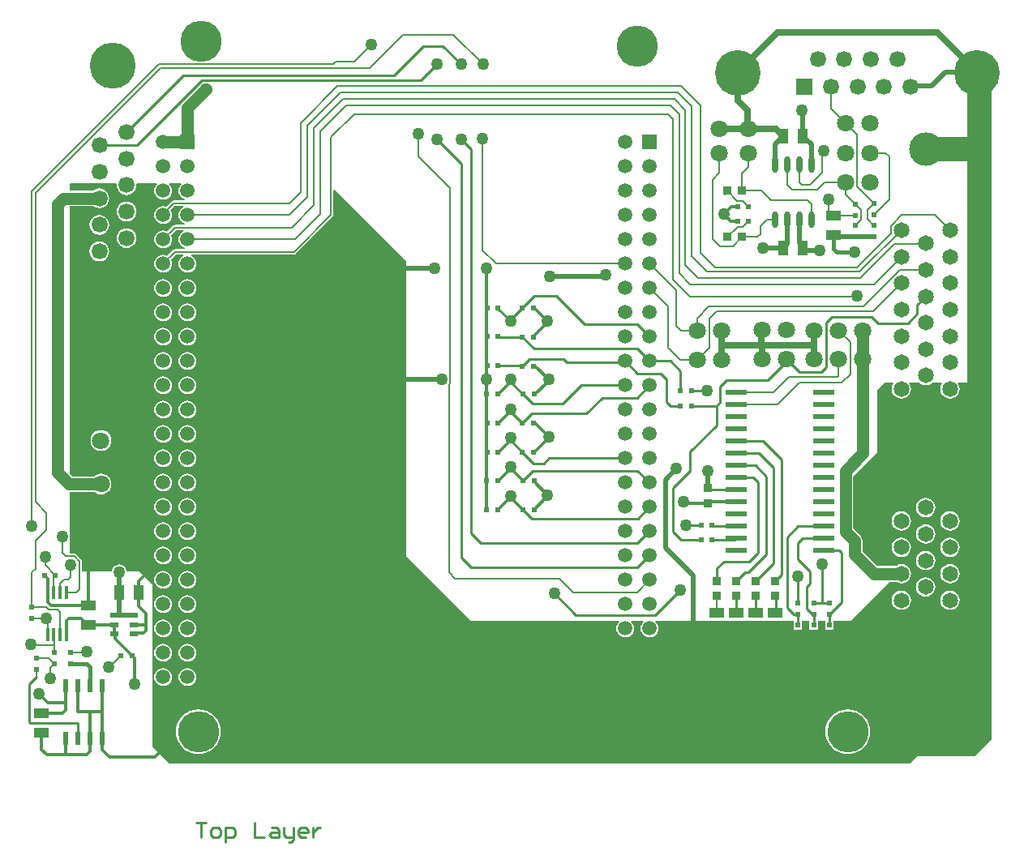
<source format=gtl>
G04*
G04 #@! TF.GenerationSoftware,Altium Limited,Altium Designer,19.0.10 (269)*
G04*
G04 Layer_Physical_Order=1*
G04 Layer_Color=255*
%FSLAX25Y25*%
%MOIN*%
G70*
G01*
G75*
%ADD14C,0.01000*%
%ADD17C,0.00800*%
%ADD18R,0.02165X0.02165*%
%ADD19R,0.06000X0.04000*%
%ADD20R,0.03543X0.01968*%
%ADD21R,0.02165X0.02165*%
%ADD22R,0.01378X0.05512*%
%ADD23R,0.04000X0.06000*%
%ADD24R,0.02362X0.05709*%
%ADD25R,0.03543X0.03740*%
%ADD26R,0.09000X0.02400*%
%ADD27R,0.03347X0.03347*%
%ADD28R,0.03740X0.03543*%
%ADD29O,0.02362X0.06890*%
%ADD54C,0.02000*%
%ADD55C,0.10000*%
%ADD56C,0.01200*%
%ADD57C,0.01500*%
%ADD58C,0.05000*%
%ADD59C,0.02500*%
%ADD60C,0.13800*%
%ADD61C,0.06500*%
%ADD62C,0.05906*%
%ADD63R,0.05906X0.05906*%
%ADD64C,0.07087*%
%ADD65C,0.16929*%
%ADD66C,0.18740*%
%ADD67R,0.06653X0.06653*%
%ADD68C,0.06653*%
%ADD69R,0.06653X0.06653*%
%ADD70C,0.06653*%
%ADD71C,0.18898*%
%ADD72C,0.05000*%
G36*
X138663Y428107D02*
X138992Y427730D01*
X138931Y427264D01*
X139069Y426213D01*
X139475Y425233D01*
X140120Y424392D01*
X140961Y423746D01*
X141941Y423341D01*
X142992Y423202D01*
X144043Y423341D01*
X145023Y423746D01*
X145864Y424392D01*
X146510Y425233D01*
X146915Y426213D01*
X147054Y427264D01*
X146995Y427712D01*
X147325Y428087D01*
X155355Y428069D01*
X155515Y427595D01*
X155395Y427503D01*
X154809Y426740D01*
X154441Y425851D01*
X154316Y424898D01*
X154441Y423944D01*
X154809Y423056D01*
X155395Y422293D01*
X156158Y421707D01*
X157046Y421339D01*
X158000Y421213D01*
X158954Y421339D01*
X159842Y421707D01*
X160605Y422293D01*
X161191Y423056D01*
X161559Y423944D01*
X161684Y424898D01*
X161559Y425851D01*
X161191Y426740D01*
X160605Y427503D01*
X160500Y427584D01*
X160661Y428057D01*
X165326Y428047D01*
X165486Y427573D01*
X165395Y427503D01*
X164809Y426740D01*
X164441Y425851D01*
X164316Y424898D01*
X164441Y423944D01*
X164809Y423056D01*
X165395Y422293D01*
X166158Y421707D01*
X166811Y421437D01*
X166711Y420936D01*
X162447D01*
X162447Y420936D01*
X162018Y420851D01*
X161654Y420608D01*
X161654Y420608D01*
X159342Y418296D01*
X158954Y418456D01*
X158000Y418582D01*
X157046Y418456D01*
X156158Y418088D01*
X155395Y417503D01*
X154809Y416740D01*
X154441Y415851D01*
X154316Y414898D01*
X154441Y413944D01*
X154809Y413056D01*
X155395Y412292D01*
X156158Y411707D01*
X157046Y411339D01*
X158000Y411213D01*
X158954Y411339D01*
X159842Y411707D01*
X160605Y412292D01*
X161191Y413056D01*
X161559Y413944D01*
X161684Y414898D01*
X161559Y415851D01*
X161191Y416740D01*
X161090Y416872D01*
X162912Y418693D01*
X166312D01*
X166411Y418193D01*
X166158Y418088D01*
X165395Y417503D01*
X164809Y416740D01*
X164441Y415851D01*
X164316Y414898D01*
X164441Y413944D01*
X164809Y413056D01*
X165395Y412292D01*
X166158Y411707D01*
X166811Y411437D01*
X166711Y410936D01*
X162917D01*
X162917Y410936D01*
X162488Y410851D01*
X162124Y410608D01*
X162124Y410608D01*
X159674Y408158D01*
X158954Y408456D01*
X158000Y408582D01*
X157046Y408456D01*
X156158Y408088D01*
X155395Y407503D01*
X154809Y406740D01*
X154441Y405851D01*
X154316Y404898D01*
X154441Y403944D01*
X154809Y403055D01*
X155395Y402292D01*
X156158Y401707D01*
X157046Y401339D01*
X158000Y401213D01*
X158954Y401339D01*
X159842Y401707D01*
X160605Y402292D01*
X161191Y403055D01*
X161559Y403944D01*
X161684Y404898D01*
X161559Y405851D01*
X161260Y406572D01*
X163382Y408693D01*
X166312D01*
X166411Y408193D01*
X166158Y408088D01*
X165395Y407503D01*
X164809Y406740D01*
X164441Y405851D01*
X164316Y404898D01*
X164441Y403944D01*
X164809Y403055D01*
X165395Y402292D01*
X166158Y401707D01*
X166811Y401437D01*
X166711Y400937D01*
X162917D01*
X162917Y400937D01*
X162488Y400851D01*
X162124Y400608D01*
X162124Y400608D01*
X159674Y398158D01*
X158954Y398456D01*
X158000Y398582D01*
X157046Y398456D01*
X156158Y398088D01*
X155395Y397503D01*
X154809Y396740D01*
X154441Y395851D01*
X154316Y394898D01*
X154441Y393944D01*
X154809Y393056D01*
X155395Y392292D01*
X156158Y391707D01*
X157046Y391339D01*
X158000Y391213D01*
X158954Y391339D01*
X159842Y391707D01*
X160605Y392292D01*
X161191Y393056D01*
X161559Y393944D01*
X161684Y394898D01*
X161559Y395851D01*
X161260Y396572D01*
X163382Y398693D01*
X166312D01*
X166411Y398193D01*
X166158Y398088D01*
X165395Y397503D01*
X164809Y396740D01*
X164441Y395851D01*
X164316Y394898D01*
X164441Y393944D01*
X164809Y393056D01*
X165395Y392292D01*
X166158Y391707D01*
X167046Y391339D01*
X168000Y391213D01*
X168954Y391339D01*
X169842Y391707D01*
X170605Y392292D01*
X171191Y393056D01*
X171559Y393944D01*
X171684Y394898D01*
X171559Y395851D01*
X171191Y396740D01*
X170605Y397503D01*
X169842Y398088D01*
X169588Y398193D01*
X169688Y398693D01*
X211815D01*
X211815Y398693D01*
X212244Y398779D01*
X212608Y399022D01*
X227793Y414207D01*
X227793Y414207D01*
X228036Y414571D01*
X228121Y415000D01*
Y425178D01*
X228584Y425369D01*
X258000Y395953D01*
X258000Y274786D01*
X284620Y248166D01*
X345438D01*
X345608Y247666D01*
X345395Y247503D01*
X344809Y246740D01*
X344441Y245851D01*
X344316Y244898D01*
X344441Y243944D01*
X344809Y243056D01*
X345395Y242292D01*
X346158Y241707D01*
X347046Y241339D01*
X348000Y241213D01*
X348954Y241339D01*
X349842Y241707D01*
X350605Y242292D01*
X351191Y243056D01*
X351559Y243944D01*
X351684Y244898D01*
X351559Y245851D01*
X351191Y246740D01*
X350605Y247503D01*
X350392Y247666D01*
X350562Y248166D01*
X355438D01*
X355608Y247666D01*
X355395Y247503D01*
X354809Y246740D01*
X354441Y245851D01*
X354316Y244898D01*
X354441Y243944D01*
X354809Y243056D01*
X355395Y242292D01*
X356158Y241707D01*
X357046Y241339D01*
X358000Y241213D01*
X358954Y241339D01*
X359842Y241707D01*
X360605Y242292D01*
X361191Y243056D01*
X361559Y243944D01*
X361684Y244898D01*
X361559Y245851D01*
X361191Y246740D01*
X360605Y247503D01*
X360392Y247666D01*
X360562Y248166D01*
X416752D01*
X417217Y248083D01*
Y244517D01*
X420783D01*
Y248083D01*
X421248Y248166D01*
X423252D01*
X423717Y248083D01*
Y244517D01*
X427283D01*
Y248083D01*
X427748Y248166D01*
X429752D01*
X430217Y248083D01*
Y244517D01*
X433783D01*
Y248083D01*
X434248Y248166D01*
X440685D01*
X440685Y248166D01*
Y248166D01*
X456685Y264166D01*
X459218D01*
X459508Y263943D01*
X460469Y263545D01*
X461500Y263410D01*
X462531Y263545D01*
X463492Y263943D01*
X464317Y264577D01*
X464950Y265402D01*
X465348Y266363D01*
X465484Y267394D01*
X465348Y268425D01*
X464950Y269386D01*
X464317Y270211D01*
X463492Y270844D01*
X462531Y271242D01*
X461500Y271378D01*
X460469Y271242D01*
X459508Y270844D01*
X459218Y270621D01*
X451484D01*
X445492Y276614D01*
Y280936D01*
X445382Y281771D01*
X445059Y282550D01*
X444546Y283218D01*
X441728Y286037D01*
Y307497D01*
X451484Y317254D01*
Y343128D01*
X454500Y346144D01*
X458018D01*
X458239Y345695D01*
X458050Y345449D01*
X457652Y344488D01*
X457516Y343457D01*
X457652Y342425D01*
X458050Y341465D01*
X458683Y340639D01*
X459508Y340006D01*
X460469Y339608D01*
X461500Y339473D01*
X462531Y339608D01*
X463492Y340006D01*
X464317Y340639D01*
X464950Y341465D01*
X465348Y342425D01*
X465484Y343457D01*
X465348Y344488D01*
X464950Y345449D01*
X464761Y345695D01*
X464982Y346144D01*
X468639D01*
X468683Y346086D01*
X469508Y345453D01*
X470469Y345055D01*
X471500Y344919D01*
X472531Y345055D01*
X473492Y345453D01*
X474317Y346086D01*
X474362Y346144D01*
X478018D01*
X478239Y345695D01*
X478050Y345449D01*
X477652Y344488D01*
X477516Y343457D01*
X477652Y342425D01*
X478050Y341465D01*
X478683Y340639D01*
X479508Y340006D01*
X480469Y339608D01*
X481500Y339473D01*
X482531Y339608D01*
X483492Y340006D01*
X484317Y340639D01*
X484950Y341465D01*
X485348Y342425D01*
X485484Y343457D01*
X485348Y344488D01*
X484950Y345449D01*
X484761Y345695D01*
X484982Y346144D01*
X498500D01*
X498500Y199500D01*
X491500Y192500D01*
X468000Y192500D01*
X465000Y189500D01*
X160500D01*
X153500Y196500D01*
Y263000D01*
X148000Y268500D01*
X143162D01*
X143118Y268835D01*
X142795Y269614D01*
X142282Y270282D01*
X141614Y270795D01*
X140835Y271118D01*
X140000Y271228D01*
X139165Y271118D01*
X138386Y270795D01*
X137718Y270282D01*
X137205Y269614D01*
X136882Y268835D01*
X136838Y268500D01*
X124722D01*
Y272491D01*
X124722Y272491D01*
X124636Y272920D01*
X124393Y273284D01*
X122284Y275393D01*
X121920Y275636D01*
X121491Y275722D01*
X121491Y275722D01*
X119500D01*
Y281501D01*
X119618Y281785D01*
X119728Y282620D01*
X119618Y283456D01*
X119500Y283740D01*
Y301066D01*
X129736D01*
X130360Y300587D01*
X131392Y300159D01*
X132500Y300014D01*
X133608Y300159D01*
X134640Y300587D01*
X135526Y301267D01*
X136206Y302153D01*
X136634Y303186D01*
X136780Y304293D01*
X136634Y305401D01*
X136206Y306433D01*
X135526Y307320D01*
X134640Y308000D01*
X133608Y308428D01*
X132500Y308573D01*
X131392Y308428D01*
X130360Y308000D01*
X129736Y307521D01*
X120715D01*
X119500Y308736D01*
X119500Y418583D01*
X129403D01*
X129780Y418294D01*
X130760Y417888D01*
X131811Y417750D01*
X132862Y417888D01*
X133842Y418294D01*
X134683Y418939D01*
X135328Y419780D01*
X135734Y420760D01*
X135873Y421811D01*
X135734Y422862D01*
X135328Y423842D01*
X134683Y424683D01*
X133842Y425328D01*
X132862Y425734D01*
X131811Y425873D01*
X130760Y425734D01*
X129780Y425328D01*
X129403Y425039D01*
X119500D01*
Y427796D01*
X119854Y428149D01*
X138663Y428107D01*
D02*
G37*
%LPC*%
G36*
X142992Y420420D02*
X141941Y420281D01*
X140961Y419876D01*
X140120Y419230D01*
X139475Y418389D01*
X139069Y417410D01*
X138931Y416358D01*
X139069Y415307D01*
X139475Y414327D01*
X140120Y413486D01*
X140961Y412841D01*
X141941Y412435D01*
X142992Y412297D01*
X144043Y412435D01*
X145023Y412841D01*
X145864Y413486D01*
X146510Y414327D01*
X146915Y415307D01*
X147054Y416358D01*
X146915Y417410D01*
X146510Y418389D01*
X145864Y419230D01*
X145023Y419876D01*
X144043Y420281D01*
X142992Y420420D01*
D02*
G37*
G36*
X131811Y414967D02*
X130760Y414829D01*
X129780Y414423D01*
X128939Y413777D01*
X128294Y412936D01*
X127888Y411957D01*
X127750Y410906D01*
X127888Y409854D01*
X128294Y408875D01*
X128939Y408034D01*
X129780Y407388D01*
X130760Y406982D01*
X131811Y406844D01*
X132862Y406982D01*
X133842Y407388D01*
X134683Y408034D01*
X135328Y408875D01*
X135734Y409854D01*
X135873Y410906D01*
X135734Y411957D01*
X135328Y412936D01*
X134683Y413777D01*
X133842Y414423D01*
X132862Y414829D01*
X131811Y414967D01*
D02*
G37*
G36*
X142992Y409514D02*
X141941Y409376D01*
X140961Y408970D01*
X140120Y408325D01*
X139475Y407483D01*
X139069Y406504D01*
X138931Y405453D01*
X139069Y404401D01*
X139475Y403422D01*
X140120Y402581D01*
X140961Y401935D01*
X141941Y401530D01*
X142992Y401391D01*
X144043Y401530D01*
X145023Y401935D01*
X145864Y402581D01*
X146510Y403422D01*
X146915Y404401D01*
X147054Y405453D01*
X146915Y406504D01*
X146510Y407483D01*
X145864Y408325D01*
X145023Y408970D01*
X144043Y409376D01*
X142992Y409514D01*
D02*
G37*
G36*
X131811Y404062D02*
X130760Y403923D01*
X129780Y403517D01*
X128939Y402872D01*
X128294Y402031D01*
X127888Y401051D01*
X127750Y400000D01*
X127888Y398949D01*
X128294Y397969D01*
X128939Y397128D01*
X129780Y396483D01*
X130760Y396077D01*
X131811Y395938D01*
X132862Y396077D01*
X133842Y396483D01*
X134683Y397128D01*
X135328Y397969D01*
X135734Y398949D01*
X135873Y400000D01*
X135734Y401051D01*
X135328Y402031D01*
X134683Y402872D01*
X133842Y403517D01*
X132862Y403923D01*
X131811Y404062D01*
D02*
G37*
G36*
X168000Y388582D02*
X167046Y388456D01*
X166158Y388088D01*
X165395Y387503D01*
X164809Y386740D01*
X164441Y385851D01*
X164316Y384898D01*
X164441Y383944D01*
X164809Y383055D01*
X165395Y382293D01*
X166158Y381707D01*
X167046Y381339D01*
X168000Y381213D01*
X168954Y381339D01*
X169842Y381707D01*
X170605Y382293D01*
X171191Y383055D01*
X171559Y383944D01*
X171684Y384898D01*
X171559Y385851D01*
X171191Y386740D01*
X170605Y387503D01*
X169842Y388088D01*
X168954Y388456D01*
X168000Y388582D01*
D02*
G37*
G36*
X158000D02*
X157046Y388456D01*
X156158Y388088D01*
X155395Y387503D01*
X154809Y386740D01*
X154441Y385851D01*
X154316Y384898D01*
X154441Y383944D01*
X154809Y383055D01*
X155395Y382293D01*
X156158Y381707D01*
X157046Y381339D01*
X158000Y381213D01*
X158954Y381339D01*
X159842Y381707D01*
X160605Y382293D01*
X161191Y383055D01*
X161559Y383944D01*
X161684Y384898D01*
X161559Y385851D01*
X161191Y386740D01*
X160605Y387503D01*
X159842Y388088D01*
X158954Y388456D01*
X158000Y388582D01*
D02*
G37*
G36*
X168000Y378582D02*
X167046Y378456D01*
X166158Y378088D01*
X165395Y377503D01*
X164809Y376740D01*
X164441Y375851D01*
X164316Y374898D01*
X164441Y373944D01*
X164809Y373056D01*
X165395Y372292D01*
X166158Y371707D01*
X167046Y371339D01*
X168000Y371213D01*
X168954Y371339D01*
X169842Y371707D01*
X170605Y372292D01*
X171191Y373056D01*
X171559Y373944D01*
X171684Y374898D01*
X171559Y375851D01*
X171191Y376740D01*
X170605Y377503D01*
X169842Y378088D01*
X168954Y378456D01*
X168000Y378582D01*
D02*
G37*
G36*
X158000D02*
X157046Y378456D01*
X156158Y378088D01*
X155395Y377503D01*
X154809Y376740D01*
X154441Y375851D01*
X154316Y374898D01*
X154441Y373944D01*
X154809Y373056D01*
X155395Y372292D01*
X156158Y371707D01*
X157046Y371339D01*
X158000Y371213D01*
X158954Y371339D01*
X159842Y371707D01*
X160605Y372292D01*
X161191Y373056D01*
X161559Y373944D01*
X161684Y374898D01*
X161559Y375851D01*
X161191Y376740D01*
X160605Y377503D01*
X159842Y378088D01*
X158954Y378456D01*
X158000Y378582D01*
D02*
G37*
G36*
X168000Y368582D02*
X167046Y368456D01*
X166158Y368088D01*
X165395Y367503D01*
X164809Y366740D01*
X164441Y365851D01*
X164316Y364898D01*
X164441Y363944D01*
X164809Y363055D01*
X165395Y362293D01*
X166158Y361707D01*
X167046Y361339D01*
X168000Y361213D01*
X168954Y361339D01*
X169842Y361707D01*
X170605Y362293D01*
X171191Y363055D01*
X171559Y363944D01*
X171684Y364898D01*
X171559Y365851D01*
X171191Y366740D01*
X170605Y367503D01*
X169842Y368088D01*
X168954Y368456D01*
X168000Y368582D01*
D02*
G37*
G36*
X158000D02*
X157046Y368456D01*
X156158Y368088D01*
X155395Y367503D01*
X154809Y366740D01*
X154441Y365851D01*
X154316Y364898D01*
X154441Y363944D01*
X154809Y363055D01*
X155395Y362293D01*
X156158Y361707D01*
X157046Y361339D01*
X158000Y361213D01*
X158954Y361339D01*
X159842Y361707D01*
X160605Y362293D01*
X161191Y363055D01*
X161559Y363944D01*
X161684Y364898D01*
X161559Y365851D01*
X161191Y366740D01*
X160605Y367503D01*
X159842Y368088D01*
X158954Y368456D01*
X158000Y368582D01*
D02*
G37*
G36*
X168000Y358582D02*
X167046Y358456D01*
X166158Y358088D01*
X165395Y357503D01*
X164809Y356740D01*
X164441Y355851D01*
X164316Y354898D01*
X164441Y353944D01*
X164809Y353056D01*
X165395Y352292D01*
X166158Y351707D01*
X167046Y351339D01*
X168000Y351213D01*
X168954Y351339D01*
X169842Y351707D01*
X170605Y352292D01*
X171191Y353056D01*
X171559Y353944D01*
X171684Y354898D01*
X171559Y355851D01*
X171191Y356740D01*
X170605Y357503D01*
X169842Y358088D01*
X168954Y358456D01*
X168000Y358582D01*
D02*
G37*
G36*
X158000D02*
X157046Y358456D01*
X156158Y358088D01*
X155395Y357503D01*
X154809Y356740D01*
X154441Y355851D01*
X154316Y354898D01*
X154441Y353944D01*
X154809Y353056D01*
X155395Y352292D01*
X156158Y351707D01*
X157046Y351339D01*
X158000Y351213D01*
X158954Y351339D01*
X159842Y351707D01*
X160605Y352292D01*
X161191Y353056D01*
X161559Y353944D01*
X161684Y354898D01*
X161559Y355851D01*
X161191Y356740D01*
X160605Y357503D01*
X159842Y358088D01*
X158954Y358456D01*
X158000Y358582D01*
D02*
G37*
G36*
X168000Y348582D02*
X167046Y348456D01*
X166158Y348088D01*
X165395Y347503D01*
X164809Y346740D01*
X164441Y345851D01*
X164316Y344898D01*
X164441Y343944D01*
X164809Y343056D01*
X165395Y342292D01*
X166158Y341707D01*
X167046Y341339D01*
X168000Y341213D01*
X168954Y341339D01*
X169842Y341707D01*
X170605Y342292D01*
X171191Y343056D01*
X171559Y343944D01*
X171684Y344898D01*
X171559Y345851D01*
X171191Y346740D01*
X170605Y347503D01*
X169842Y348088D01*
X168954Y348456D01*
X168000Y348582D01*
D02*
G37*
G36*
X158000D02*
X157046Y348456D01*
X156158Y348088D01*
X155395Y347503D01*
X154809Y346740D01*
X154441Y345851D01*
X154316Y344898D01*
X154441Y343944D01*
X154809Y343056D01*
X155395Y342292D01*
X156158Y341707D01*
X157046Y341339D01*
X158000Y341213D01*
X158954Y341339D01*
X159842Y341707D01*
X160605Y342292D01*
X161191Y343056D01*
X161559Y343944D01*
X161684Y344898D01*
X161559Y345851D01*
X161191Y346740D01*
X160605Y347503D01*
X159842Y348088D01*
X158954Y348456D01*
X158000Y348582D01*
D02*
G37*
G36*
X168000Y338582D02*
X167046Y338456D01*
X166158Y338088D01*
X165395Y337503D01*
X164809Y336740D01*
X164441Y335851D01*
X164316Y334898D01*
X164441Y333944D01*
X164809Y333055D01*
X165395Y332293D01*
X166158Y331707D01*
X167046Y331339D01*
X168000Y331213D01*
X168954Y331339D01*
X169842Y331707D01*
X170605Y332293D01*
X171191Y333055D01*
X171559Y333944D01*
X171684Y334898D01*
X171559Y335851D01*
X171191Y336740D01*
X170605Y337503D01*
X169842Y338088D01*
X168954Y338456D01*
X168000Y338582D01*
D02*
G37*
G36*
X158000D02*
X157046Y338456D01*
X156158Y338088D01*
X155395Y337503D01*
X154809Y336740D01*
X154441Y335851D01*
X154316Y334898D01*
X154441Y333944D01*
X154809Y333055D01*
X155395Y332293D01*
X156158Y331707D01*
X157046Y331339D01*
X158000Y331213D01*
X158954Y331339D01*
X159842Y331707D01*
X160605Y332293D01*
X161191Y333055D01*
X161559Y333944D01*
X161684Y334898D01*
X161559Y335851D01*
X161191Y336740D01*
X160605Y337503D01*
X159842Y338088D01*
X158954Y338456D01*
X158000Y338582D01*
D02*
G37*
G36*
X168000Y328582D02*
X167046Y328456D01*
X166158Y328088D01*
X165395Y327503D01*
X164809Y326740D01*
X164441Y325851D01*
X164316Y324898D01*
X164441Y323944D01*
X164809Y323056D01*
X165395Y322292D01*
X166158Y321707D01*
X167046Y321339D01*
X168000Y321213D01*
X168954Y321339D01*
X169842Y321707D01*
X170605Y322292D01*
X171191Y323056D01*
X171559Y323944D01*
X171684Y324898D01*
X171559Y325851D01*
X171191Y326740D01*
X170605Y327503D01*
X169842Y328088D01*
X168954Y328456D01*
X168000Y328582D01*
D02*
G37*
G36*
X158000D02*
X157046Y328456D01*
X156158Y328088D01*
X155395Y327503D01*
X154809Y326740D01*
X154441Y325851D01*
X154316Y324898D01*
X154441Y323944D01*
X154809Y323056D01*
X155395Y322292D01*
X156158Y321707D01*
X157046Y321339D01*
X158000Y321213D01*
X158954Y321339D01*
X159842Y321707D01*
X160605Y322292D01*
X161191Y323056D01*
X161559Y323944D01*
X161684Y324898D01*
X161559Y325851D01*
X161191Y326740D01*
X160605Y327503D01*
X159842Y328088D01*
X158954Y328456D01*
X158000Y328582D01*
D02*
G37*
G36*
X132466Y326468D02*
X131358Y326322D01*
X130326Y325894D01*
X129439Y325214D01*
X128759Y324328D01*
X128332Y323296D01*
X128186Y322188D01*
X128332Y321080D01*
X128759Y320048D01*
X129439Y319162D01*
X130326Y318481D01*
X131358Y318054D01*
X132466Y317908D01*
X133574Y318054D01*
X134606Y318481D01*
X135492Y319162D01*
X136172Y320048D01*
X136600Y321080D01*
X136746Y322188D01*
X136600Y323296D01*
X136172Y324328D01*
X135492Y325214D01*
X134606Y325894D01*
X133574Y326322D01*
X132466Y326468D01*
D02*
G37*
G36*
X168000Y318582D02*
X167046Y318456D01*
X166158Y318088D01*
X165395Y317503D01*
X164809Y316740D01*
X164441Y315851D01*
X164316Y314898D01*
X164441Y313944D01*
X164809Y313055D01*
X165395Y312293D01*
X166158Y311707D01*
X167046Y311339D01*
X168000Y311213D01*
X168954Y311339D01*
X169842Y311707D01*
X170605Y312293D01*
X171191Y313055D01*
X171559Y313944D01*
X171684Y314898D01*
X171559Y315851D01*
X171191Y316740D01*
X170605Y317503D01*
X169842Y318088D01*
X168954Y318456D01*
X168000Y318582D01*
D02*
G37*
G36*
X158000D02*
X157046Y318456D01*
X156158Y318088D01*
X155395Y317503D01*
X154809Y316740D01*
X154441Y315851D01*
X154316Y314898D01*
X154441Y313944D01*
X154809Y313055D01*
X155395Y312293D01*
X156158Y311707D01*
X157046Y311339D01*
X158000Y311213D01*
X158954Y311339D01*
X159842Y311707D01*
X160605Y312293D01*
X161191Y313055D01*
X161559Y313944D01*
X161684Y314898D01*
X161559Y315851D01*
X161191Y316740D01*
X160605Y317503D01*
X159842Y318088D01*
X158954Y318456D01*
X158000Y318582D01*
D02*
G37*
G36*
X168000Y308582D02*
X167046Y308456D01*
X166158Y308088D01*
X165395Y307503D01*
X164809Y306740D01*
X164441Y305851D01*
X164316Y304898D01*
X164441Y303944D01*
X164809Y303056D01*
X165395Y302292D01*
X166158Y301707D01*
X167046Y301339D01*
X168000Y301213D01*
X168954Y301339D01*
X169842Y301707D01*
X170605Y302292D01*
X171191Y303056D01*
X171559Y303944D01*
X171684Y304898D01*
X171559Y305851D01*
X171191Y306740D01*
X170605Y307503D01*
X169842Y308088D01*
X168954Y308456D01*
X168000Y308582D01*
D02*
G37*
G36*
X158000D02*
X157046Y308456D01*
X156158Y308088D01*
X155395Y307503D01*
X154809Y306740D01*
X154441Y305851D01*
X154316Y304898D01*
X154441Y303944D01*
X154809Y303056D01*
X155395Y302292D01*
X156158Y301707D01*
X157046Y301339D01*
X158000Y301213D01*
X158954Y301339D01*
X159842Y301707D01*
X160605Y302292D01*
X161191Y303056D01*
X161559Y303944D01*
X161684Y304898D01*
X161559Y305851D01*
X161191Y306740D01*
X160605Y307503D01*
X159842Y308088D01*
X158954Y308456D01*
X158000Y308582D01*
D02*
G37*
G36*
X168000Y298582D02*
X167046Y298456D01*
X166158Y298088D01*
X165395Y297503D01*
X164809Y296740D01*
X164441Y295851D01*
X164316Y294898D01*
X164441Y293944D01*
X164809Y293056D01*
X165395Y292292D01*
X166158Y291707D01*
X167046Y291339D01*
X168000Y291213D01*
X168954Y291339D01*
X169842Y291707D01*
X170605Y292292D01*
X171191Y293056D01*
X171559Y293944D01*
X171684Y294898D01*
X171559Y295851D01*
X171191Y296740D01*
X170605Y297503D01*
X169842Y298088D01*
X168954Y298456D01*
X168000Y298582D01*
D02*
G37*
G36*
X158000D02*
X157046Y298456D01*
X156158Y298088D01*
X155395Y297503D01*
X154809Y296740D01*
X154441Y295851D01*
X154316Y294898D01*
X154441Y293944D01*
X154809Y293056D01*
X155395Y292292D01*
X156158Y291707D01*
X157046Y291339D01*
X158000Y291213D01*
X158954Y291339D01*
X159842Y291707D01*
X160605Y292292D01*
X161191Y293056D01*
X161559Y293944D01*
X161684Y294898D01*
X161559Y295851D01*
X161191Y296740D01*
X160605Y297503D01*
X159842Y298088D01*
X158954Y298456D01*
X158000Y298582D01*
D02*
G37*
G36*
X471500Y298569D02*
X470469Y298434D01*
X469508Y298036D01*
X468683Y297403D01*
X468050Y296577D01*
X467652Y295617D01*
X467516Y294585D01*
X467652Y293554D01*
X468050Y292593D01*
X468683Y291768D01*
X469508Y291135D01*
X470469Y290737D01*
X471500Y290601D01*
X472531Y290737D01*
X473492Y291135D01*
X474317Y291768D01*
X474950Y292593D01*
X475348Y293554D01*
X475484Y294585D01*
X475348Y295617D01*
X474950Y296577D01*
X474317Y297403D01*
X473492Y298036D01*
X472531Y298434D01*
X471500Y298569D01*
D02*
G37*
G36*
X481500Y293110D02*
X480469Y292974D01*
X479508Y292576D01*
X478683Y291943D01*
X478050Y291118D01*
X477652Y290157D01*
X477516Y289126D01*
X477652Y288095D01*
X478050Y287134D01*
X478683Y286309D01*
X479508Y285676D01*
X480469Y285278D01*
X481500Y285142D01*
X482531Y285278D01*
X483492Y285676D01*
X484317Y286309D01*
X484950Y287134D01*
X485348Y288095D01*
X485484Y289126D01*
X485348Y290157D01*
X484950Y291118D01*
X484317Y291943D01*
X483492Y292576D01*
X482531Y292974D01*
X481500Y293110D01*
D02*
G37*
G36*
X461500D02*
X460469Y292974D01*
X459508Y292576D01*
X458683Y291943D01*
X458050Y291118D01*
X457652Y290157D01*
X457516Y289126D01*
X457652Y288095D01*
X458050Y287134D01*
X458683Y286309D01*
X459508Y285676D01*
X460469Y285278D01*
X461500Y285142D01*
X462531Y285278D01*
X463492Y285676D01*
X464317Y286309D01*
X464950Y287134D01*
X465348Y288095D01*
X465484Y289126D01*
X465348Y290157D01*
X464950Y291118D01*
X464317Y291943D01*
X463492Y292576D01*
X462531Y292974D01*
X461500Y293110D01*
D02*
G37*
G36*
X168000Y288582D02*
X167046Y288456D01*
X166158Y288088D01*
X165395Y287503D01*
X164809Y286740D01*
X164441Y285851D01*
X164316Y284898D01*
X164441Y283944D01*
X164809Y283055D01*
X165395Y282293D01*
X166158Y281707D01*
X167046Y281339D01*
X168000Y281213D01*
X168954Y281339D01*
X169842Y281707D01*
X170605Y282293D01*
X171191Y283055D01*
X171559Y283944D01*
X171684Y284898D01*
X171559Y285851D01*
X171191Y286740D01*
X170605Y287503D01*
X169842Y288088D01*
X168954Y288456D01*
X168000Y288582D01*
D02*
G37*
G36*
X158000D02*
X157046Y288456D01*
X156158Y288088D01*
X155395Y287503D01*
X154809Y286740D01*
X154441Y285851D01*
X154316Y284898D01*
X154441Y283944D01*
X154809Y283055D01*
X155395Y282293D01*
X156158Y281707D01*
X157046Y281339D01*
X158000Y281213D01*
X158954Y281339D01*
X159842Y281707D01*
X160605Y282293D01*
X161191Y283055D01*
X161559Y283944D01*
X161684Y284898D01*
X161559Y285851D01*
X161191Y286740D01*
X160605Y287503D01*
X159842Y288088D01*
X158954Y288456D01*
X158000Y288582D01*
D02*
G37*
G36*
X471500Y287706D02*
X470469Y287570D01*
X469508Y287172D01*
X468683Y286539D01*
X468050Y285714D01*
X467652Y284753D01*
X467516Y283722D01*
X467652Y282691D01*
X468050Y281730D01*
X468683Y280905D01*
X469508Y280272D01*
X470469Y279873D01*
X471500Y279738D01*
X472531Y279873D01*
X473492Y280272D01*
X474317Y280905D01*
X474950Y281730D01*
X475348Y282691D01*
X475484Y283722D01*
X475348Y284753D01*
X474950Y285714D01*
X474317Y286539D01*
X473492Y287172D01*
X472531Y287570D01*
X471500Y287706D01*
D02*
G37*
G36*
X481500Y282244D02*
X480469Y282108D01*
X479508Y281710D01*
X478683Y281077D01*
X478050Y280252D01*
X477652Y279291D01*
X477516Y278260D01*
X477652Y277229D01*
X478050Y276268D01*
X478683Y275443D01*
X479508Y274810D01*
X480469Y274412D01*
X481500Y274276D01*
X482531Y274412D01*
X483492Y274810D01*
X484317Y275443D01*
X484950Y276268D01*
X485348Y277229D01*
X485484Y278260D01*
X485348Y279291D01*
X484950Y280252D01*
X484317Y281077D01*
X483492Y281710D01*
X482531Y282108D01*
X481500Y282244D01*
D02*
G37*
G36*
X461500D02*
X460469Y282108D01*
X459508Y281710D01*
X458683Y281077D01*
X458050Y280252D01*
X457652Y279291D01*
X457516Y278260D01*
X457652Y277229D01*
X458050Y276268D01*
X458683Y275443D01*
X459508Y274810D01*
X460469Y274412D01*
X461500Y274276D01*
X462531Y274412D01*
X463492Y274810D01*
X464317Y275443D01*
X464950Y276268D01*
X465348Y277229D01*
X465484Y278260D01*
X465348Y279291D01*
X464950Y280252D01*
X464317Y281077D01*
X463492Y281710D01*
X462531Y282108D01*
X461500Y282244D01*
D02*
G37*
G36*
X168000Y278582D02*
X167046Y278456D01*
X166158Y278088D01*
X165395Y277503D01*
X164809Y276740D01*
X164441Y275851D01*
X164316Y274898D01*
X164441Y273944D01*
X164809Y273056D01*
X165395Y272292D01*
X166158Y271707D01*
X167046Y271339D01*
X168000Y271213D01*
X168954Y271339D01*
X169842Y271707D01*
X170605Y272292D01*
X171191Y273056D01*
X171559Y273944D01*
X171684Y274898D01*
X171559Y275851D01*
X171191Y276740D01*
X170605Y277503D01*
X169842Y278088D01*
X168954Y278456D01*
X168000Y278582D01*
D02*
G37*
G36*
X158000D02*
X157046Y278456D01*
X156158Y278088D01*
X155395Y277503D01*
X154809Y276740D01*
X154441Y275851D01*
X154316Y274898D01*
X154441Y273944D01*
X154809Y273056D01*
X155395Y272292D01*
X156158Y271707D01*
X157046Y271339D01*
X158000Y271213D01*
X158954Y271339D01*
X159842Y271707D01*
X160605Y272292D01*
X161191Y273056D01*
X161559Y273944D01*
X161684Y274898D01*
X161559Y275851D01*
X161191Y276740D01*
X160605Y277503D01*
X159842Y278088D01*
X158954Y278456D01*
X158000Y278582D01*
D02*
G37*
G36*
X471500Y276842D02*
X470469Y276707D01*
X469508Y276309D01*
X468683Y275676D01*
X468050Y274850D01*
X467652Y273889D01*
X467516Y272858D01*
X467652Y271827D01*
X468050Y270866D01*
X468683Y270041D01*
X469508Y269408D01*
X470469Y269010D01*
X471500Y268874D01*
X472531Y269010D01*
X473492Y269408D01*
X474317Y270041D01*
X474950Y270866D01*
X475348Y271827D01*
X475484Y272858D01*
X475348Y273889D01*
X474950Y274850D01*
X474317Y275676D01*
X473492Y276309D01*
X472531Y276707D01*
X471500Y276842D01*
D02*
G37*
G36*
X481500Y271378D02*
X480469Y271242D01*
X479508Y270844D01*
X478683Y270211D01*
X478050Y269386D01*
X477652Y268425D01*
X477516Y267394D01*
X477652Y266363D01*
X478050Y265402D01*
X478683Y264577D01*
X479508Y263943D01*
X480469Y263545D01*
X481500Y263410D01*
X482531Y263545D01*
X483492Y263943D01*
X484317Y264577D01*
X484950Y265402D01*
X485348Y266363D01*
X485484Y267394D01*
X485348Y268425D01*
X484950Y269386D01*
X484317Y270211D01*
X483492Y270844D01*
X482531Y271242D01*
X481500Y271378D01*
D02*
G37*
G36*
X168000Y268582D02*
X167046Y268456D01*
X166158Y268088D01*
X165395Y267503D01*
X164809Y266740D01*
X164441Y265851D01*
X164316Y264898D01*
X164441Y263944D01*
X164809Y263055D01*
X165395Y262293D01*
X166158Y261707D01*
X167046Y261339D01*
X168000Y261213D01*
X168954Y261339D01*
X169842Y261707D01*
X170605Y262293D01*
X171191Y263055D01*
X171559Y263944D01*
X171684Y264898D01*
X171559Y265851D01*
X171191Y266740D01*
X170605Y267503D01*
X169842Y268088D01*
X168954Y268456D01*
X168000Y268582D01*
D02*
G37*
G36*
X158000D02*
X157046Y268456D01*
X156158Y268088D01*
X155395Y267503D01*
X154809Y266740D01*
X154441Y265851D01*
X154316Y264898D01*
X154441Y263944D01*
X154809Y263055D01*
X155395Y262293D01*
X156158Y261707D01*
X157046Y261339D01*
X158000Y261213D01*
X158954Y261339D01*
X159842Y261707D01*
X160605Y262293D01*
X161191Y263055D01*
X161559Y263944D01*
X161684Y264898D01*
X161559Y265851D01*
X161191Y266740D01*
X160605Y267503D01*
X159842Y268088D01*
X158954Y268456D01*
X158000Y268582D01*
D02*
G37*
G36*
X471500Y265979D02*
X470469Y265843D01*
X469508Y265445D01*
X468683Y264812D01*
X468050Y263987D01*
X467652Y263026D01*
X467516Y261995D01*
X467652Y260964D01*
X468050Y260003D01*
X468683Y259178D01*
X469508Y258544D01*
X470469Y258147D01*
X471500Y258011D01*
X472531Y258147D01*
X473492Y258544D01*
X474317Y259178D01*
X474950Y260003D01*
X475348Y260964D01*
X475484Y261995D01*
X475348Y263026D01*
X474950Y263987D01*
X474317Y264812D01*
X473492Y265445D01*
X472531Y265843D01*
X471500Y265979D01*
D02*
G37*
G36*
X481500Y260512D02*
X480469Y260376D01*
X479508Y259978D01*
X478683Y259345D01*
X478050Y258520D01*
X477652Y257559D01*
X477516Y256527D01*
X477652Y255496D01*
X478050Y254536D01*
X478683Y253710D01*
X479508Y253077D01*
X480469Y252679D01*
X481500Y252543D01*
X482531Y252679D01*
X483492Y253077D01*
X484317Y253710D01*
X484950Y254536D01*
X485348Y255496D01*
X485484Y256527D01*
X485348Y257559D01*
X484950Y258520D01*
X484317Y259345D01*
X483492Y259978D01*
X482531Y260376D01*
X481500Y260512D01*
D02*
G37*
G36*
X461500D02*
X460469Y260376D01*
X459508Y259978D01*
X458683Y259345D01*
X458050Y258520D01*
X457652Y257559D01*
X457516Y256527D01*
X457652Y255496D01*
X458050Y254536D01*
X458683Y253710D01*
X459508Y253077D01*
X460469Y252679D01*
X461500Y252543D01*
X462531Y252679D01*
X463492Y253077D01*
X464317Y253710D01*
X464950Y254536D01*
X465348Y255496D01*
X465484Y256527D01*
X465348Y257559D01*
X464950Y258520D01*
X464317Y259345D01*
X463492Y259978D01*
X462531Y260376D01*
X461500Y260512D01*
D02*
G37*
G36*
X168000Y258582D02*
X167046Y258456D01*
X166158Y258088D01*
X165395Y257503D01*
X164809Y256740D01*
X164441Y255851D01*
X164316Y254898D01*
X164441Y253944D01*
X164809Y253056D01*
X165395Y252292D01*
X166158Y251707D01*
X167046Y251339D01*
X168000Y251213D01*
X168954Y251339D01*
X169842Y251707D01*
X170605Y252292D01*
X171191Y253056D01*
X171559Y253944D01*
X171684Y254898D01*
X171559Y255851D01*
X171191Y256740D01*
X170605Y257503D01*
X169842Y258088D01*
X168954Y258456D01*
X168000Y258582D01*
D02*
G37*
G36*
X158000D02*
X157046Y258456D01*
X156158Y258088D01*
X155395Y257503D01*
X154809Y256740D01*
X154441Y255851D01*
X154316Y254898D01*
X154441Y253944D01*
X154809Y253056D01*
X155395Y252292D01*
X156158Y251707D01*
X157046Y251339D01*
X158000Y251213D01*
X158954Y251339D01*
X159842Y251707D01*
X160605Y252292D01*
X161191Y253056D01*
X161559Y253944D01*
X161684Y254898D01*
X161559Y255851D01*
X161191Y256740D01*
X160605Y257503D01*
X159842Y258088D01*
X158954Y258456D01*
X158000Y258582D01*
D02*
G37*
G36*
X168000Y248582D02*
X167046Y248456D01*
X166158Y248088D01*
X165395Y247503D01*
X164809Y246740D01*
X164441Y245851D01*
X164316Y244898D01*
X164441Y243944D01*
X164809Y243056D01*
X165395Y242292D01*
X166158Y241707D01*
X167046Y241339D01*
X168000Y241213D01*
X168954Y241339D01*
X169842Y241707D01*
X170605Y242292D01*
X171191Y243056D01*
X171559Y243944D01*
X171684Y244898D01*
X171559Y245851D01*
X171191Y246740D01*
X170605Y247503D01*
X169842Y248088D01*
X168954Y248456D01*
X168000Y248582D01*
D02*
G37*
G36*
X158000D02*
X157046Y248456D01*
X156158Y248088D01*
X155395Y247503D01*
X154809Y246740D01*
X154441Y245851D01*
X154316Y244898D01*
X154441Y243944D01*
X154809Y243056D01*
X155395Y242292D01*
X156158Y241707D01*
X157046Y241339D01*
X158000Y241213D01*
X158954Y241339D01*
X159842Y241707D01*
X160605Y242292D01*
X161191Y243056D01*
X161559Y243944D01*
X161684Y244898D01*
X161559Y245851D01*
X161191Y246740D01*
X160605Y247503D01*
X159842Y248088D01*
X158954Y248456D01*
X158000Y248582D01*
D02*
G37*
G36*
X168000Y238582D02*
X167046Y238456D01*
X166158Y238088D01*
X165395Y237503D01*
X164809Y236740D01*
X164441Y235851D01*
X164316Y234898D01*
X164441Y233944D01*
X164809Y233055D01*
X165395Y232293D01*
X166158Y231707D01*
X167046Y231339D01*
X168000Y231213D01*
X168954Y231339D01*
X169842Y231707D01*
X170605Y232293D01*
X171191Y233055D01*
X171559Y233944D01*
X171684Y234898D01*
X171559Y235851D01*
X171191Y236740D01*
X170605Y237503D01*
X169842Y238088D01*
X168954Y238456D01*
X168000Y238582D01*
D02*
G37*
G36*
X158000D02*
X157046Y238456D01*
X156158Y238088D01*
X155395Y237503D01*
X154809Y236740D01*
X154441Y235851D01*
X154316Y234898D01*
X154441Y233944D01*
X154809Y233055D01*
X155395Y232293D01*
X156158Y231707D01*
X157046Y231339D01*
X158000Y231213D01*
X158954Y231339D01*
X159842Y231707D01*
X160605Y232293D01*
X161191Y233055D01*
X161559Y233944D01*
X161684Y234898D01*
X161559Y235851D01*
X161191Y236740D01*
X160605Y237503D01*
X159842Y238088D01*
X158954Y238456D01*
X158000Y238582D01*
D02*
G37*
G36*
X168000Y228582D02*
X167046Y228456D01*
X166158Y228088D01*
X165395Y227503D01*
X164809Y226740D01*
X164441Y225851D01*
X164316Y224898D01*
X164441Y223944D01*
X164809Y223056D01*
X165395Y222292D01*
X166158Y221707D01*
X167046Y221339D01*
X168000Y221213D01*
X168954Y221339D01*
X169842Y221707D01*
X170605Y222292D01*
X171191Y223056D01*
X171559Y223944D01*
X171684Y224898D01*
X171559Y225851D01*
X171191Y226740D01*
X170605Y227503D01*
X169842Y228088D01*
X168954Y228456D01*
X168000Y228582D01*
D02*
G37*
G36*
X158000D02*
X157046Y228456D01*
X156158Y228088D01*
X155395Y227503D01*
X154809Y226740D01*
X154441Y225851D01*
X154316Y224898D01*
X154441Y223944D01*
X154809Y223056D01*
X155395Y222292D01*
X156158Y221707D01*
X157046Y221339D01*
X158000Y221213D01*
X158954Y221339D01*
X159842Y221707D01*
X160605Y222292D01*
X161191Y223056D01*
X161559Y223944D01*
X161684Y224898D01*
X161559Y225851D01*
X161191Y226740D01*
X160605Y227503D01*
X159842Y228088D01*
X158954Y228456D01*
X158000Y228582D01*
D02*
G37*
G36*
X439500Y211709D02*
X437703Y211532D01*
X435976Y211008D01*
X434384Y210157D01*
X432988Y209012D01*
X431843Y207616D01*
X430992Y206024D01*
X430468Y204297D01*
X430291Y202500D01*
X430468Y200703D01*
X430992Y198976D01*
X431843Y197384D01*
X432988Y195988D01*
X434384Y194843D01*
X435976Y193992D01*
X437703Y193468D01*
X439500Y193291D01*
X441297Y193468D01*
X443024Y193992D01*
X444616Y194843D01*
X446012Y195988D01*
X447157Y197384D01*
X448008Y198976D01*
X448532Y200703D01*
X448709Y202500D01*
X448532Y204297D01*
X448008Y206024D01*
X447157Y207616D01*
X446012Y209012D01*
X444616Y210157D01*
X443024Y211008D01*
X441297Y211532D01*
X439500Y211709D01*
D02*
G37*
G36*
X172500D02*
X170703Y211532D01*
X168976Y211008D01*
X167384Y210157D01*
X165988Y209012D01*
X164843Y207616D01*
X163992Y206024D01*
X163468Y204297D01*
X163291Y202500D01*
X163468Y200703D01*
X163992Y198976D01*
X164843Y197384D01*
X165988Y195988D01*
X167384Y194843D01*
X168976Y193992D01*
X170703Y193468D01*
X172500Y193291D01*
X174297Y193468D01*
X176024Y193992D01*
X177616Y194843D01*
X179012Y195988D01*
X180157Y197384D01*
X181008Y198976D01*
X181532Y200703D01*
X181709Y202500D01*
X181532Y204297D01*
X181008Y206024D01*
X180157Y207616D01*
X179012Y209012D01*
X177616Y210157D01*
X176024Y211008D01*
X174297Y211532D01*
X172500Y211709D01*
D02*
G37*
%LPD*%
D14*
X103453Y206047D02*
X123000D01*
X103000Y206500D02*
X103453Y206047D01*
X103000Y206500D02*
Y222000D01*
X123000Y199650D02*
Y206047D01*
X103000Y222000D02*
X106000Y225000D01*
X300750Y322479D02*
X301000Y322729D01*
X300750Y334336D02*
X301000Y334586D01*
X166255Y472338D02*
X208963D01*
X142992Y449075D02*
X166255Y472338D01*
X252838Y472338D02*
X265000Y484500D01*
X208963Y472338D02*
X252838Y472338D01*
X263805Y470305D02*
X270500Y477000D01*
X209805Y470305D02*
X263805Y470305D01*
X418500Y255800D02*
X419000Y256300D01*
X436083Y277000D02*
X436886Y276197D01*
Y255586D02*
Y276197D01*
X432000Y250700D02*
X436886Y255586D01*
X429500Y277000D02*
X436083D01*
X131811Y443622D02*
X147284D01*
X173967Y470305D02*
X209805D01*
X273000Y484500D02*
X280500Y477000D01*
X265000Y484500D02*
X273000D01*
X147284Y443622D02*
X173967Y470305D01*
X360255Y250500D02*
X370500Y260745D01*
X327745Y250500D02*
X360255D01*
X319000Y259245D02*
X327745Y250500D01*
X374786Y317786D02*
X385471Y328471D01*
X374786Y309645D02*
Y317786D01*
X367800Y302658D02*
X374786Y309645D01*
X385471Y328471D02*
Y336525D01*
X367800Y284700D02*
Y302658D01*
X284500Y284142D02*
X288642Y280000D01*
X301000Y372115D02*
X305700Y376815D01*
X295800Y376515D02*
X301000Y371315D01*
Y372115D01*
X280500Y274000D02*
X284500Y270000D01*
X280500Y436000D02*
X280500Y274000D01*
X270500Y446000D02*
X280500Y436000D01*
X284500Y442000D02*
X284500Y284142D01*
X280500Y446000D02*
X284500Y442000D01*
X316583Y314898D02*
X348000D01*
X314500Y312815D02*
X316583Y314898D01*
X414282Y355718D02*
X419500Y350500D01*
X428500D01*
X430500Y352500D01*
X367800Y284700D02*
X371000Y281500D01*
X379200D01*
X429000Y255566D02*
Y271500D01*
Y255566D02*
X429008Y255558D01*
X428750Y255300D02*
X429008Y255558D01*
X382551Y302000D02*
X393500D01*
X382000Y302551D02*
X382551Y302000D01*
X464185Y370500D02*
X468092Y374408D01*
Y378086D02*
X471500Y381493D01*
X468092Y374408D02*
Y378086D01*
X451815Y370500D02*
X464185D01*
X449315Y373000D02*
X451815Y370500D01*
X301000Y346144D02*
Y346544D01*
X295700Y341244D02*
X301000Y346544D01*
X329898Y344898D02*
X348000D01*
X322315Y337315D02*
X329898Y344898D01*
X309829Y337315D02*
X322315D01*
X432830Y373000D02*
X449315D01*
X430500Y370670D02*
X432830Y373000D01*
X398776Y268000D02*
X406000Y275224D01*
X397311Y268000D02*
X398776D01*
X393700Y264389D02*
X397311Y268000D01*
X403000Y317000D02*
X409000Y311000D01*
Y271689D02*
Y311000D01*
X401700Y264389D02*
X409000Y271689D01*
X401500Y312000D02*
X406000Y307500D01*
Y275224D02*
Y307500D01*
X402500Y276000D02*
Y305083D01*
X399000Y272500D02*
X402500Y276000D01*
X388500Y272500D02*
X399000D01*
X400583Y307000D02*
X402500Y305083D01*
X404500Y322000D02*
X412200Y314300D01*
Y266889D02*
Y314300D01*
X409900Y264589D02*
X412200Y266889D01*
X295800Y376515D02*
Y376815D01*
X301000Y346144D02*
X305900Y341244D01*
X301000Y346544D02*
Y347315D01*
Y334586D02*
Y335000D01*
Y334086D02*
Y334586D01*
X295800Y329386D02*
X300750Y334336D01*
X301000Y322229D02*
X305700Y317529D01*
X301000Y322729D02*
Y323500D01*
Y322229D02*
Y322729D01*
X295800Y317529D02*
X300750Y322479D01*
X301000Y310572D02*
X305900Y305672D01*
X301000Y310972D02*
Y311500D01*
Y310572D02*
Y310972D01*
X295700Y305672D02*
X301000Y310972D01*
X295700Y293815D02*
Y294200D01*
X301000Y299500D01*
Y298715D02*
X305900Y293815D01*
X301000Y298715D02*
Y299500D01*
X288642Y280000D02*
X353102Y280000D01*
X358000Y284898D01*
X284500Y270000D02*
X353102Y270000D01*
X358000Y274898D01*
X430500Y352500D02*
Y370670D01*
X414276Y355718D02*
X414282D01*
X424000Y263500D02*
Y268500D01*
X419000Y256300D02*
Y266295D01*
X362500Y349815D02*
X365000Y347315D01*
Y338000D02*
Y347315D01*
Y338000D02*
X366475Y336525D01*
X370700D01*
Y342815D02*
Y350800D01*
X366602Y354898D02*
X370700Y350800D01*
X358000Y354898D02*
X366602D01*
X389616Y347000D02*
X406638D01*
X386921Y344305D02*
X389616Y347000D01*
X386921Y337976D02*
Y344305D01*
X385471Y336525D02*
X386921Y337976D01*
X375300Y336525D02*
X385471D01*
X375300Y342815D02*
X381771D01*
X414276Y354638D02*
Y355718D01*
X406638Y347000D02*
X414276Y354638D01*
X385738Y269738D02*
X388500Y272500D01*
X373000Y287500D02*
X379200D01*
X383800D02*
X384300Y287000D01*
X393500D01*
X393000Y281500D02*
X393500Y282000D01*
X383800Y281500D02*
X393000D01*
X353083Y349815D02*
X362500D01*
X348000Y354898D02*
X353083Y349815D01*
X352978Y359920D02*
X358000Y354898D01*
X310595Y359920D02*
X352978D01*
X347579Y354476D02*
X348000Y354898D01*
X324000Y354476D02*
X347579D01*
X322661Y355815D02*
X324000Y354476D01*
X308700Y355815D02*
X322661D01*
X305700Y352815D02*
X308700Y355815D01*
X295800Y353101D02*
X305414D01*
X305700Y352815D01*
X352984Y369913D02*
X358000Y364898D01*
X331401Y369913D02*
X352984D01*
X319668Y381647D02*
X331401Y369913D01*
X310532Y381647D02*
X319668D01*
X305700Y376815D02*
X310532Y381647D01*
X305700Y364815D02*
X310595Y359920D01*
X295800Y364958D02*
X295943Y364815D01*
X305700D01*
X393500Y307000D02*
X400583D01*
X310414Y312815D02*
X314500D01*
X352917Y339815D02*
X358000Y344898D01*
X338500Y339815D02*
X352917D01*
X332000Y333315D02*
X338500Y339815D01*
X309629Y333315D02*
X332000D01*
X305700Y329386D02*
X309629Y333315D01*
X305700Y317529D02*
X310414Y312815D01*
X301000Y334086D02*
X305700Y329386D01*
X310043Y309815D02*
X353083D01*
X305900Y305672D02*
X310043Y309815D01*
X353083D02*
X358000Y304898D01*
X353255Y290152D02*
X358000Y294898D01*
X309563Y290152D02*
X353255D01*
X305900Y341244D02*
X309829Y337315D01*
X305900Y293815D02*
X309563Y290152D01*
X425500Y246300D02*
Y250700D01*
X425000D02*
X425500D01*
X422500Y253200D02*
X425000Y250700D01*
X422500Y253200D02*
Y262000D01*
X424000Y263500D01*
X419000Y273500D02*
X424000Y268500D01*
X419000Y273500D02*
Y280000D01*
X421000Y282000D01*
X429500D01*
X419000Y287000D02*
X429500D01*
X414500Y282500D02*
X419000Y287000D01*
X414500Y253500D02*
Y282500D01*
Y253500D02*
X417300Y250700D01*
X419000D01*
X393500Y322000D02*
X404500D01*
X393500Y312000D02*
X401500D01*
X385700Y269738D02*
X385738D01*
X428750Y255300D02*
X432000D01*
X425500D02*
X428750D01*
X418500Y255800D02*
X419000Y255300D01*
X432000Y246300D02*
Y250700D01*
X419000Y246300D02*
Y250700D01*
X393500Y317000D02*
X403000D01*
X385700Y264389D02*
Y269738D01*
X409900Y251037D02*
Y257986D01*
X401700Y251337D02*
Y258286D01*
X385700Y251337D02*
X386000D01*
X393700D02*
Y258286D01*
X388699Y423668D02*
X389948Y424917D01*
X388699Y407166D02*
X389948Y405917D01*
X171684Y164998D02*
X175683D01*
X173684D01*
Y159000D01*
X178682D02*
X180681D01*
X181681Y160000D01*
Y161999D01*
X180681Y162999D01*
X178682D01*
X177682Y161999D01*
Y160000D01*
X178682Y159000D01*
X183680Y157001D02*
Y162999D01*
X186679D01*
X187679Y161999D01*
Y160000D01*
X186679Y159000D01*
X183680D01*
X195677Y164998D02*
Y159000D01*
X199675D01*
X202674Y162999D02*
X204674D01*
X205673Y161999D01*
Y159000D01*
X202674D01*
X201675Y160000D01*
X202674Y160999D01*
X205673D01*
X207673Y162999D02*
Y160000D01*
X208672Y159000D01*
X211671D01*
Y158000D01*
X210672Y157001D01*
X209672D01*
X211671Y159000D02*
Y162999D01*
X216670Y159000D02*
X214670D01*
X213671Y160000D01*
Y161999D01*
X214670Y162999D01*
X216670D01*
X217669Y161999D01*
Y160999D01*
X213671D01*
X219669Y162999D02*
Y159000D01*
Y160999D01*
X220668Y161999D01*
X221668Y162999D01*
X222668D01*
D17*
X111500Y224500D02*
Y228863D01*
X113170Y230533D01*
X111003Y232700D02*
X113170Y230533D01*
X106000Y232700D02*
X111003D01*
X108800Y249200D02*
X110504Y247496D01*
X103912Y238088D02*
X113082D01*
X103500Y238500D02*
X103912Y238088D01*
X106000Y225000D02*
Y228100D01*
X135691Y229101D02*
X136070D01*
X140704Y233736D01*
X288500Y446000D02*
X289400Y445100D01*
X115622Y242339D02*
Y251689D01*
X114508Y252803D02*
X115622Y251689D01*
X111124Y252803D02*
X114508D01*
X110126Y253800D02*
X111124Y252803D01*
X104032Y253800D02*
X110126D01*
X113170Y238000D02*
Y242231D01*
Y235133D02*
Y238000D01*
X113082Y238088D02*
X113170Y238000D01*
X115622Y263382D02*
X117240Y265000D01*
X115622Y259661D02*
Y263382D01*
X120000Y266000D02*
Y271000D01*
X117240Y265000D02*
X119000D01*
X120000Y266000D01*
X123600Y260939D02*
Y272491D01*
X122322Y259661D02*
X123600Y260939D01*
X118181Y259661D02*
X122322D01*
X117991Y274600D02*
X121491D01*
X116500Y276091D02*
X117991Y274600D01*
X121491D02*
X123600Y272491D01*
X116500Y276091D02*
Y282620D01*
X126420Y235133D02*
X126497Y235210D01*
X120000Y235133D02*
X126420D01*
X109574Y270966D02*
Y274293D01*
Y270966D02*
X113800Y266740D01*
X113063Y242339D02*
X113170Y242231D01*
X105500Y269500D02*
Y281000D01*
X104032Y268032D02*
X105500Y269500D01*
X104032Y253800D02*
Y268032D01*
X113063Y266003D02*
X113800Y266740D01*
X113063Y259661D02*
Y266003D01*
X110504Y242339D02*
Y247496D01*
X104032Y249200D02*
X108800D01*
X105500Y296899D02*
Y424000D01*
Y296899D02*
X110000Y292399D01*
Y285500D02*
Y292399D01*
X105500Y281000D02*
X110000Y285500D01*
X105500Y424000D02*
X156935Y475435D01*
X242935D02*
X256500Y489000D01*
X104000Y287503D02*
Y424621D01*
X156314Y476935D01*
X227935D01*
X229000Y478000D01*
X156935Y475435D02*
X242935D01*
X229000Y478000D02*
X236500D01*
X243500Y485000D01*
X263000Y439000D02*
Y448500D01*
Y439000D02*
X276100Y425900D01*
Y345727D02*
Y425900D01*
X275500Y345127D02*
X276100Y345727D01*
X275500Y268000D02*
Y345127D01*
Y268000D02*
X278000Y265500D01*
X321000D01*
X352865Y259763D02*
X358000Y264898D01*
X326737Y259763D02*
X352865D01*
X321000Y265500D02*
X326737Y259763D01*
X256500Y489000D02*
X277409D01*
X289500Y476909D01*
X289400Y400500D02*
Y445100D01*
Y400500D02*
X295002Y394898D01*
X348000D01*
X370883Y468132D02*
X379000Y460015D01*
X365216Y468132D02*
X370883D01*
X458500Y403000D02*
X471500D01*
X168000Y404898D02*
X212142Y404898D01*
X222752Y415508D01*
Y449453D01*
X217257Y422257D02*
Y451729D01*
X209898Y414898D02*
X217257Y422257D01*
X168000Y414898D02*
X209898D01*
X220005Y419005D02*
Y450591D01*
X210815Y409815D02*
X220005Y419005D01*
X162917Y409815D02*
X210815D01*
X214510Y424510D02*
Y452867D01*
X209815Y419815D02*
X214510Y424510D01*
X158000Y394898D02*
X162917Y399815D01*
X158000Y404898D02*
X162917Y409815D01*
X158066Y415434D02*
X162447Y419815D01*
X209815D01*
X389948Y405917D02*
X394168Y410138D01*
X396438D01*
X398800Y412500D01*
X389948Y424917D02*
X394003Y420862D01*
X396438D01*
X398800Y418500D01*
X415260Y348260D02*
X435260D01*
X435642Y348642D01*
X374786Y386500D02*
X450213D01*
X370176Y391110D02*
X374786Y386500D01*
X461592Y414898D02*
X475256D01*
X457150Y410455D02*
X461592Y414898D01*
X457150Y407437D02*
Y410455D01*
X443213Y393500D02*
X457150Y407437D01*
X385000Y393500D02*
X443213D01*
X381771Y391620D02*
X444466D01*
X372784Y394240D02*
X378024Y389000D01*
X382398Y377398D02*
X445825D01*
X377500Y372500D02*
X382398Y377398D01*
X450213Y386500D02*
X461500Y397787D01*
X444500Y389000D02*
X458500Y403000D01*
X378024Y389000D02*
X444500D01*
X445825Y377398D02*
X460927Y392500D01*
X442943Y381480D02*
X443152Y381689D01*
X374520Y381480D02*
X442943D01*
X379000Y399500D02*
X385000Y393500D01*
X447500Y413343D02*
X450388Y410455D01*
X447500Y413343D02*
Y416912D01*
X429000Y441000D02*
X429500Y441500D01*
X429000Y432500D02*
Y441000D01*
X416500Y425500D02*
X427000D01*
X430000Y428500D01*
X438500D01*
X424000Y427500D02*
X429000Y432500D01*
X442261Y414607D02*
X442508Y414853D01*
X433500Y414607D02*
X442261D01*
X431500Y416607D02*
Y421500D01*
Y416607D02*
X433500Y414607D01*
X450388Y415200D02*
X456500Y421312D01*
Y439000D01*
X455000Y440500D02*
X456500Y439000D01*
X448500Y440500D02*
X455000D01*
X443360Y426828D02*
X450388Y419800D01*
X443360Y426828D02*
Y447876D01*
X438500Y452736D02*
X443360Y447876D01*
X438500Y423461D02*
X442508Y419453D01*
X438500Y423461D02*
Y428500D01*
X432594Y458642D02*
X438500Y452736D01*
X432594Y458642D02*
Y468000D01*
X447500Y416912D02*
X450388Y419800D01*
X442508Y419453D02*
X445000Y416961D01*
Y413107D02*
Y416961D01*
X442500Y410607D02*
X445000Y413107D01*
X444466Y391620D02*
X461500Y408653D01*
X420500Y427500D02*
X424000D01*
X475256Y414898D02*
X481500Y408653D01*
X471357Y392500D02*
X471500Y392357D01*
X460927Y392500D02*
X471357D01*
X450079Y375500D02*
X461500Y386921D01*
X385710Y375500D02*
X450079D01*
X236500Y456500D02*
X365500Y456500D01*
X227000Y447000D02*
X236500Y456500D01*
X227000Y415000D02*
Y447000D01*
X211815Y399815D02*
X227000Y415000D01*
X365500Y456500D02*
X367568Y454432D01*
Y388432D02*
Y454432D01*
X386736Y432236D02*
Y440500D01*
X384000Y429500D02*
X386736Y432236D01*
X384000Y405000D02*
Y429500D01*
X396050Y432186D02*
X398500Y434636D01*
Y440417D01*
X382500Y372290D02*
X385710Y375500D01*
X434142Y355103D02*
X434581Y354664D01*
X435642Y348642D02*
Y355725D01*
X434142Y355103D02*
Y355725D01*
X409000Y342000D02*
X415260Y348260D01*
X435642Y367426D02*
X440500Y362568D01*
Y349500D02*
Y362568D01*
X437083Y346083D02*
X440500Y349500D01*
X419751Y346083D02*
X437083D01*
X358000Y384898D02*
X365500Y377398D01*
Y360500D02*
Y377398D01*
Y360500D02*
X370500Y355500D01*
X377500D01*
Y367500D02*
Y372500D01*
X162917Y399815D02*
X211815D01*
X371000Y367500D02*
X377500D01*
X369000Y369500D02*
X371000Y367500D01*
X369000Y369500D02*
Y383898D01*
X358000Y394898D02*
X369000Y383898D01*
X367568Y388432D02*
X374520Y381480D01*
X375392Y397999D02*
X381771Y391620D01*
X379000Y399500D02*
Y460015D01*
X222752Y449453D02*
X233188Y459889D01*
X214510Y452867D02*
X229774Y468132D01*
X217257Y451729D02*
X230912Y465384D01*
X220005Y450591D02*
X232050Y462637D01*
X229774Y468132D02*
X365216Y468132D01*
X232050Y462637D02*
X368142Y462637D01*
X369694Y465384D02*
X375392Y459686D01*
X368142Y462637D02*
X372784Y457995D01*
X366509Y459889D02*
X370176Y456222D01*
X375392Y397999D02*
Y459686D01*
X372784Y394240D02*
Y457995D01*
X233188Y459889D02*
X366509Y459889D01*
X382500Y360500D02*
Y372290D01*
X377500Y355500D02*
X382500Y360500D01*
X230912Y465384D02*
X369694Y465384D01*
X393500Y342000D02*
X409000D01*
X410668Y337000D02*
X419751Y346083D01*
X393500Y337000D02*
X410668D01*
X370176Y391110D02*
Y456222D01*
X384000Y405000D02*
X386921Y402079D01*
X392212D01*
X396050Y405917D01*
X385700Y251337D02*
Y258286D01*
X419500Y428500D02*
X420500Y427500D01*
X419500Y428500D02*
Y435819D01*
X414500Y427500D02*
X416500Y425500D01*
X414500Y427500D02*
Y435819D01*
X403500Y410500D02*
X406181Y413181D01*
X403500Y407000D02*
Y410500D01*
X402417Y405917D02*
X403500Y407000D01*
X396050Y405917D02*
X402417D01*
X406181Y413181D02*
X409500D01*
X408000Y421000D02*
X423000D01*
X404083Y424917D02*
X408000Y421000D01*
X396050Y424917D02*
Y432186D01*
Y424917D02*
X404083D01*
X424500Y413181D02*
Y419500D01*
X423000Y421000D02*
X424500Y419500D01*
D18*
X109200Y266740D02*
D03*
X113800D02*
D03*
X145304Y233736D02*
D03*
X140704D02*
D03*
X379200Y281500D02*
D03*
X383800D02*
D03*
X379200Y287500D02*
D03*
X383800D02*
D03*
X370700Y336525D02*
D03*
X375300D02*
D03*
Y342815D02*
D03*
X370700D02*
D03*
X310300Y364815D02*
D03*
X305700D02*
D03*
X295800Y364958D02*
D03*
X291200D02*
D03*
X310300Y352815D02*
D03*
X305700D02*
D03*
X295800Y353101D02*
D03*
X291200D02*
D03*
X291100Y341244D02*
D03*
X295700D02*
D03*
X305700Y376815D02*
D03*
X310300D02*
D03*
X305900Y341244D02*
D03*
X310500D02*
D03*
X291200Y317529D02*
D03*
X295800D02*
D03*
X305700Y317529D02*
D03*
X310300D02*
D03*
X305700Y329386D02*
D03*
X310300D02*
D03*
X305900Y305672D02*
D03*
X310500D02*
D03*
X305900Y293815D02*
D03*
X310500D02*
D03*
X291200Y376815D02*
D03*
X295800D02*
D03*
X291200Y329386D02*
D03*
X295800D02*
D03*
X291100Y305672D02*
D03*
X295700D02*
D03*
X291100Y293815D02*
D03*
X295700D02*
D03*
X398800Y418500D02*
D03*
X394200D02*
D03*
X398800Y412500D02*
D03*
X394200D02*
D03*
D19*
X127407Y254503D02*
D03*
Y246503D02*
D03*
X108000Y202000D02*
D03*
Y210000D02*
D03*
X409700Y243337D02*
D03*
Y251337D02*
D03*
X401700Y243337D02*
D03*
Y251337D02*
D03*
X393700Y243337D02*
D03*
Y251337D02*
D03*
X385700Y243337D02*
D03*
Y251337D02*
D03*
X433500Y414607D02*
D03*
Y406607D02*
D03*
D20*
X145968Y242760D02*
D03*
Y246500D02*
D03*
Y250240D02*
D03*
X138094D02*
D03*
Y246500D02*
D03*
Y242760D02*
D03*
D21*
X104032Y249200D02*
D03*
Y253800D02*
D03*
X113170Y230533D02*
D03*
Y235133D02*
D03*
X106000Y228100D02*
D03*
Y232700D02*
D03*
X120000Y230533D02*
D03*
Y235133D02*
D03*
X432000Y250700D02*
D03*
Y255300D02*
D03*
X425500Y250700D02*
D03*
Y255300D02*
D03*
X419000Y250700D02*
D03*
Y255300D02*
D03*
X432000Y241700D02*
D03*
Y246300D02*
D03*
X425500Y241700D02*
D03*
Y246300D02*
D03*
X419000Y241700D02*
D03*
Y246300D02*
D03*
X450388Y419800D02*
D03*
Y415200D02*
D03*
X450388Y410607D02*
D03*
Y406007D02*
D03*
X442500Y410607D02*
D03*
Y406007D02*
D03*
X442508Y414853D02*
D03*
Y419453D02*
D03*
D22*
X118181Y259661D02*
D03*
X115622D02*
D03*
X113063D02*
D03*
X110504D02*
D03*
X118181Y242339D02*
D03*
X115622D02*
D03*
X113063D02*
D03*
X110504D02*
D03*
D23*
X148000Y259772D02*
D03*
X140000D02*
D03*
X421000Y401500D02*
D03*
X413000D02*
D03*
Y447500D02*
D03*
X421000D02*
D03*
D24*
X133000Y221500D02*
D03*
X128000D02*
D03*
X123000D02*
D03*
X118000D02*
D03*
X133000Y199650D02*
D03*
X128000D02*
D03*
X123000D02*
D03*
X118000D02*
D03*
D25*
X389948Y424917D02*
D03*
X396050D02*
D03*
X389948Y405917D02*
D03*
X396050D02*
D03*
D26*
X393500Y342000D02*
D03*
Y337000D02*
D03*
Y332000D02*
D03*
Y327000D02*
D03*
Y322000D02*
D03*
Y317000D02*
D03*
Y312000D02*
D03*
Y307000D02*
D03*
Y302000D02*
D03*
Y297000D02*
D03*
Y292000D02*
D03*
Y287000D02*
D03*
Y282000D02*
D03*
Y277000D02*
D03*
X429500D02*
D03*
Y282000D02*
D03*
Y287000D02*
D03*
Y292000D02*
D03*
Y297000D02*
D03*
Y302000D02*
D03*
Y307000D02*
D03*
Y312000D02*
D03*
Y317000D02*
D03*
Y322000D02*
D03*
Y327000D02*
D03*
Y332000D02*
D03*
Y337000D02*
D03*
Y342000D02*
D03*
D27*
X382000Y296449D02*
D03*
Y302551D02*
D03*
D28*
X409700Y264389D02*
D03*
Y258286D02*
D03*
X401700Y264389D02*
D03*
Y258286D02*
D03*
X393700Y264389D02*
D03*
Y258286D02*
D03*
X385700Y264389D02*
D03*
Y258286D02*
D03*
D29*
X424500Y435819D02*
D03*
X419500D02*
D03*
X414500D02*
D03*
X409500D02*
D03*
X424500Y413181D02*
D03*
X419500D02*
D03*
X414500D02*
D03*
X409500D02*
D03*
D54*
X140000Y259783D02*
Y268000D01*
Y259783D02*
X140005Y259778D01*
X479591Y473591D02*
X492693D01*
X465311Y468000D02*
X474000D01*
X412000Y446500D02*
Y447500D01*
X139500Y250240D02*
X145968D01*
X140005Y259774D02*
Y259778D01*
X140063Y259835D01*
X140000Y259772D02*
X140005Y259778D01*
X140000Y250740D02*
Y259772D01*
X139500Y250240D02*
X140000Y250740D01*
X419500Y403500D02*
X421500Y401500D01*
X474000Y468000D02*
X479591Y473591D01*
X230401Y366526D02*
X256876Y393000D01*
X269500D01*
X382000Y302551D02*
Y309812D01*
X244586Y347218D02*
X272500D01*
X421000Y447500D02*
Y457642D01*
X420642Y458000D02*
X421000Y457642D01*
X422693Y400307D02*
X427827D01*
X421500Y401500D02*
X422693Y400307D01*
X427827D02*
Y401500D01*
X364500Y306072D02*
X369000Y310572D01*
X364500Y278000D02*
Y306072D01*
X339440Y389685D02*
X340000Y390245D01*
X317000Y389685D02*
X339440D01*
X421000Y401500D02*
X421500D01*
X404500D02*
X413000D01*
X375907Y243337D02*
X385700D01*
X364500Y278000D02*
X375907Y266593D01*
Y243337D02*
Y266593D01*
X442500Y406007D02*
X450388D01*
X434100D02*
X442500D01*
X433500Y406607D02*
X434100Y406007D01*
X409700Y243337D02*
X412200D01*
X401700D02*
X409700D01*
X393700D02*
X401700D01*
X385700D02*
X393700D01*
X413000Y401500D02*
X414500Y403000D01*
Y413181D01*
X419500Y403500D02*
Y413181D01*
X409500Y444000D02*
X412000Y446500D01*
X409500Y435819D02*
Y444000D01*
X424500Y435819D02*
Y444000D01*
X421000Y447500D02*
X424500Y444000D01*
D55*
X492693Y473591D02*
X493500Y472784D01*
X492500Y442000D02*
X493500Y441000D01*
X471500Y442000D02*
X492500D01*
X493500Y341000D02*
Y441000D01*
Y472784D01*
D56*
X371629Y296449D02*
X382000D01*
X291100Y347218D02*
Y376615D01*
Y341244D02*
Y347218D01*
X290900Y376815D02*
X291100Y376615D01*
Y305672D02*
Y341244D01*
X118000Y193000D02*
X126500D01*
X110200D02*
X118000D01*
Y199650D01*
X108000Y195200D02*
X110200Y193000D01*
X108000Y195200D02*
Y202000D01*
X118000Y214500D02*
Y221500D01*
Y211500D02*
Y214500D01*
X110500D02*
X118000D01*
X108000Y210000D02*
X116500D01*
X118000Y211500D01*
X107000Y218000D02*
X110500Y214500D01*
X152000Y268533D02*
Y268582D01*
X148000Y264533D02*
X152000Y268533D01*
X148000Y259772D02*
Y264533D01*
X151000Y246500D02*
Y251117D01*
X148000Y254117D02*
Y259772D01*
Y254117D02*
X151000Y251117D01*
X145968Y246500D02*
X151000D01*
Y244013D02*
Y246500D01*
X149987Y243000D02*
X151000Y244013D01*
X146209Y243000D02*
X149987D01*
X145968Y242760D02*
X146209Y243000D01*
X138092Y246503D02*
X138094Y246500D01*
X127407Y246503D02*
X138092D01*
X127400Y270000D02*
X127407Y269992D01*
Y254503D02*
Y269992D01*
X138094Y242760D02*
X138361Y242493D01*
Y240679D02*
Y242493D01*
Y240679D02*
X145304Y233736D01*
X146206Y222000D02*
Y232833D01*
X145304Y233736D02*
X146206Y232833D01*
X136083Y191956D02*
X154766D01*
X133000Y195039D02*
X136083Y191956D01*
X133000Y195039D02*
Y199650D01*
X126500Y193000D02*
X128000Y194500D01*
Y199650D01*
X123000Y210575D02*
X128000D01*
X123000D02*
Y221500D01*
X128000Y210575D02*
X133000D01*
X128000Y199650D02*
Y210575D01*
X133000D02*
Y220500D01*
Y199650D02*
Y210575D01*
X109200Y266740D02*
X110504Y265436D01*
Y259661D02*
Y265436D01*
Y255827D02*
X111828Y254503D01*
X127407D01*
X110504Y255827D02*
Y259661D01*
X119224Y249000D02*
X124304D01*
X125007Y248297D01*
Y247903D02*
Y248297D01*
Y247903D02*
X126407Y246503D01*
X127407D01*
X118181Y247957D02*
X119224Y249000D01*
X118181Y242339D02*
Y247957D01*
X138094Y242760D02*
Y246500D01*
X154766Y191956D02*
X157771Y194962D01*
X158000D01*
X154922Y231962D02*
X156238Y230645D01*
X159762D02*
X160972Y231855D01*
X156238Y230645D02*
X159762D01*
X160972Y231855D02*
X161759D01*
X290900Y385726D02*
Y393000D01*
Y377115D02*
Y385726D01*
Y377115D02*
X291200Y376815D01*
X290900Y385726D02*
X291000Y385626D01*
X372000Y296820D02*
Y297000D01*
X371629Y296449D02*
X372000Y296820D01*
X391434Y412500D02*
X394200D01*
X388500Y415434D02*
X391434Y412500D01*
X391566Y418500D02*
X394200D01*
X388500Y415434D02*
X391566Y418500D01*
X382000Y296449D02*
X382551Y297000D01*
X393500D01*
X310500Y365315D02*
X315000Y369815D01*
X310500Y376815D02*
X316000Y371315D01*
X311000Y341315D02*
X315500Y345815D01*
X311000Y352815D02*
X316500Y347315D01*
X311000Y317815D02*
X315500Y322315D01*
X311000Y329315D02*
X316500Y323815D01*
X310500Y305315D02*
Y305672D01*
Y305315D02*
X316000Y299815D01*
X310500Y293815D02*
X315000Y298315D01*
X310300Y294015D02*
X310500Y293815D01*
X291100Y293815D02*
Y305672D01*
X425500Y241700D02*
X432000D01*
X419000D02*
X425500D01*
D57*
X128000Y221500D02*
Y229157D01*
X126624Y230533D02*
X128000Y229157D01*
X120000Y230533D02*
X126624D01*
X434893Y399607D02*
X442261D01*
X433500Y401000D02*
X434893Y399607D01*
X433500Y401000D02*
Y406607D01*
X358000Y224898D02*
Y234898D01*
X348000Y224898D02*
Y234898D01*
X358000D01*
D58*
X158000Y444898D02*
X168000D01*
X438500Y284700D02*
X442264Y280936D01*
Y275277D02*
Y280936D01*
Y275277D02*
X450147Y267394D01*
X119378Y304293D02*
X132466D01*
X114500Y309172D02*
X119378Y304293D01*
X114500Y309172D02*
Y419500D01*
X116811Y421811D01*
X131811D01*
X168000Y459105D02*
X175500Y466605D01*
X445642Y316954D02*
Y355725D01*
X438500Y309812D02*
X445642Y316954D01*
X438500Y284700D02*
Y309812D01*
X168000Y444898D02*
Y459105D01*
X450147Y267394D02*
X461500D01*
X445642Y355725D02*
Y367426D01*
D59*
X394307Y473409D02*
Y473591D01*
Y462193D02*
Y473409D01*
X398417Y450500D02*
Y458083D01*
X394307Y462193D02*
X398417Y458083D01*
X387500Y361500D02*
Y367500D01*
Y355500D02*
Y361500D01*
X404000D01*
X404276Y361225D01*
Y355718D02*
Y361225D01*
X425642Y361500D02*
Y367426D01*
Y355725D02*
Y361500D01*
X404000Y367302D02*
X404276Y367578D01*
X404000Y361500D02*
Y367302D01*
Y361500D02*
X425642D01*
X410716Y490000D02*
X476284D01*
X394307Y473591D02*
X410716Y490000D01*
X476284D02*
X492693Y473591D01*
X410083Y450417D02*
X413000Y447500D01*
X398500Y450417D02*
X410083D01*
X398417Y450500D02*
X398500Y450417D01*
X386736Y450500D02*
X398417D01*
D60*
X471500Y442000D02*
D03*
Y201449D02*
D03*
D61*
X481500Y234795D02*
D03*
X461500D02*
D03*
X481500Y256527D02*
D03*
Y267394D02*
D03*
Y278260D02*
D03*
Y289126D02*
D03*
Y299992D02*
D03*
Y310858D02*
D03*
Y321724D02*
D03*
Y332591D02*
D03*
Y343457D02*
D03*
Y354323D02*
D03*
Y365189D02*
D03*
Y376055D02*
D03*
Y386921D02*
D03*
Y397787D02*
D03*
Y408653D02*
D03*
X471500Y240268D02*
D03*
Y251131D02*
D03*
Y261995D02*
D03*
Y272858D02*
D03*
Y283722D02*
D03*
Y294585D02*
D03*
Y305449D02*
D03*
Y316312D02*
D03*
Y327176D02*
D03*
Y338039D02*
D03*
Y348903D02*
D03*
Y359766D02*
D03*
Y370630D02*
D03*
Y381493D02*
D03*
Y392357D02*
D03*
Y403220D02*
D03*
X461500Y245661D02*
D03*
Y256527D02*
D03*
Y267394D02*
D03*
Y278260D02*
D03*
Y289126D02*
D03*
Y299992D02*
D03*
Y310858D02*
D03*
Y321724D02*
D03*
Y332591D02*
D03*
Y343457D02*
D03*
Y354323D02*
D03*
Y365189D02*
D03*
Y376055D02*
D03*
Y386921D02*
D03*
X481500Y245661D02*
D03*
X461500Y397787D02*
D03*
Y408653D02*
D03*
D62*
X348000Y224898D02*
D03*
X358000D02*
D03*
X348000Y234898D02*
D03*
X358000D02*
D03*
X348000Y244898D02*
D03*
X358000D02*
D03*
X348000Y254898D02*
D03*
X358000D02*
D03*
X348000Y264898D02*
D03*
X358000D02*
D03*
X348000Y274898D02*
D03*
X358000D02*
D03*
X348000Y284898D02*
D03*
X358000D02*
D03*
X348000Y294898D02*
D03*
X358000D02*
D03*
X348000Y304898D02*
D03*
X358000D02*
D03*
X348000Y314898D02*
D03*
X358000D02*
D03*
X348000Y324898D02*
D03*
X358000D02*
D03*
X348000Y334898D02*
D03*
X358000D02*
D03*
X348000Y344898D02*
D03*
X358000D02*
D03*
X348000Y354898D02*
D03*
X358000D02*
D03*
X348000Y364898D02*
D03*
X358000D02*
D03*
X348000Y374898D02*
D03*
X358000D02*
D03*
X348000Y384898D02*
D03*
X358000D02*
D03*
X348000Y394898D02*
D03*
X358000D02*
D03*
X348000Y404898D02*
D03*
X358000D02*
D03*
X348000Y414898D02*
D03*
X358000D02*
D03*
X348000Y424898D02*
D03*
X358000D02*
D03*
X348000Y434898D02*
D03*
X358000D02*
D03*
X348000Y444898D02*
D03*
X158000D02*
D03*
X168000Y434898D02*
D03*
X158000D02*
D03*
X168000Y424898D02*
D03*
X158000D02*
D03*
X168000Y414898D02*
D03*
X158000D02*
D03*
X168000Y404898D02*
D03*
X158000D02*
D03*
X168000Y394898D02*
D03*
X158000D02*
D03*
X168000Y384898D02*
D03*
X158000D02*
D03*
X168000Y374898D02*
D03*
X158000D02*
D03*
X168000Y364898D02*
D03*
X158000D02*
D03*
X168000Y354898D02*
D03*
X158000D02*
D03*
X168000Y344898D02*
D03*
X158000D02*
D03*
X168000Y334898D02*
D03*
X158000D02*
D03*
X168000Y324898D02*
D03*
X158000D02*
D03*
X168000Y314898D02*
D03*
X158000D02*
D03*
X168000Y304898D02*
D03*
X158000D02*
D03*
X168000Y294898D02*
D03*
X158000D02*
D03*
X168000Y284898D02*
D03*
X158000D02*
D03*
X168000Y274898D02*
D03*
X158000D02*
D03*
X168000Y264898D02*
D03*
X158000D02*
D03*
X168000Y254898D02*
D03*
X158000D02*
D03*
X168000Y244898D02*
D03*
X158000D02*
D03*
X168000Y234898D02*
D03*
X158000D02*
D03*
X168000Y224898D02*
D03*
X158000D02*
D03*
D63*
X358000Y444898D02*
D03*
X168000D02*
D03*
D64*
X142466Y322188D02*
D03*
X132466D02*
D03*
X142500Y304293D02*
D03*
X132500D02*
D03*
X445642Y355725D02*
D03*
X435642D02*
D03*
X425642D02*
D03*
X445642Y367426D02*
D03*
X435642D02*
D03*
X425642D02*
D03*
X414276Y367578D02*
D03*
X404276D02*
D03*
X414276Y355718D02*
D03*
X404276D02*
D03*
X377500Y355500D02*
D03*
X387500D02*
D03*
X438500Y440500D02*
D03*
X448500D02*
D03*
X438500Y452736D02*
D03*
X448500D02*
D03*
X438500Y428500D02*
D03*
X448500D02*
D03*
X386736Y440500D02*
D03*
Y450500D02*
D03*
X398500Y440417D02*
D03*
Y450417D02*
D03*
X387500Y367500D02*
D03*
X377500D02*
D03*
D65*
X173500Y486500D02*
D03*
X439500Y202500D02*
D03*
X172500D02*
D03*
X353000Y484500D02*
D03*
D66*
X492693Y473409D02*
D03*
X394307D02*
D03*
D67*
X421689Y467819D02*
D03*
D68*
X427142Y479000D02*
D03*
X432594Y467819D02*
D03*
X438047Y479000D02*
D03*
X443500Y467819D02*
D03*
X448953Y479000D02*
D03*
X454405Y467819D02*
D03*
X459858Y479000D02*
D03*
X465311Y467819D02*
D03*
D69*
X142992Y372736D02*
D03*
D70*
X131811Y378189D02*
D03*
X142992Y383642D02*
D03*
X131811Y389094D02*
D03*
X142992Y394547D02*
D03*
X131811Y400000D02*
D03*
X142992Y405453D02*
D03*
X131811Y410906D02*
D03*
X142992Y416358D02*
D03*
X131811Y421811D02*
D03*
X142992Y427264D02*
D03*
X131811Y432717D02*
D03*
X142992Y438169D02*
D03*
X131811Y443622D02*
D03*
X142992Y449075D02*
D03*
D71*
X137402Y345315D02*
D03*
Y476496D02*
D03*
D72*
X140000Y268000D02*
D03*
X111500Y224500D02*
D03*
X107000Y218000D02*
D03*
X110000Y249200D02*
D03*
X103500Y238500D02*
D03*
X135691Y229101D02*
D03*
X120000Y271000D02*
D03*
X116500Y282620D02*
D03*
X126497Y235210D02*
D03*
X109574Y274293D02*
D03*
X146206Y222000D02*
D03*
X104116Y286935D02*
D03*
X243500Y485000D02*
D03*
X263000Y448500D02*
D03*
X289500Y476909D02*
D03*
X289443Y446500D02*
D03*
X175500Y466605D02*
D03*
X270500Y477000D02*
D03*
X319000Y259245D02*
D03*
X290900Y393000D02*
D03*
X269500D02*
D03*
X382000Y309812D02*
D03*
X272500Y347218D02*
D03*
X442261Y399607D02*
D03*
X420642Y458000D02*
D03*
X301000Y371315D02*
D03*
X427827Y400307D02*
D03*
X291000Y347218D02*
D03*
X372000Y297000D02*
D03*
X438500Y284700D02*
D03*
X317000Y389685D02*
D03*
X340000Y390245D02*
D03*
X404500Y401500D02*
D03*
X369000Y310572D02*
D03*
X370500Y260745D02*
D03*
X429000Y271500D02*
D03*
X443152Y381689D02*
D03*
X429500Y441500D02*
D03*
X431500Y421500D02*
D03*
X301000Y311500D02*
D03*
X280500Y477000D02*
D03*
Y446000D02*
D03*
X270500D02*
D03*
X301000Y347315D02*
D03*
Y299500D02*
D03*
Y323500D02*
D03*
Y335000D02*
D03*
X419000Y266295D02*
D03*
X373000Y287500D02*
D03*
X381771Y342815D02*
D03*
X316000Y371315D02*
D03*
X316500Y347315D02*
D03*
Y323815D02*
D03*
X316000Y299815D02*
D03*
X388500Y415434D02*
D03*
M02*

</source>
